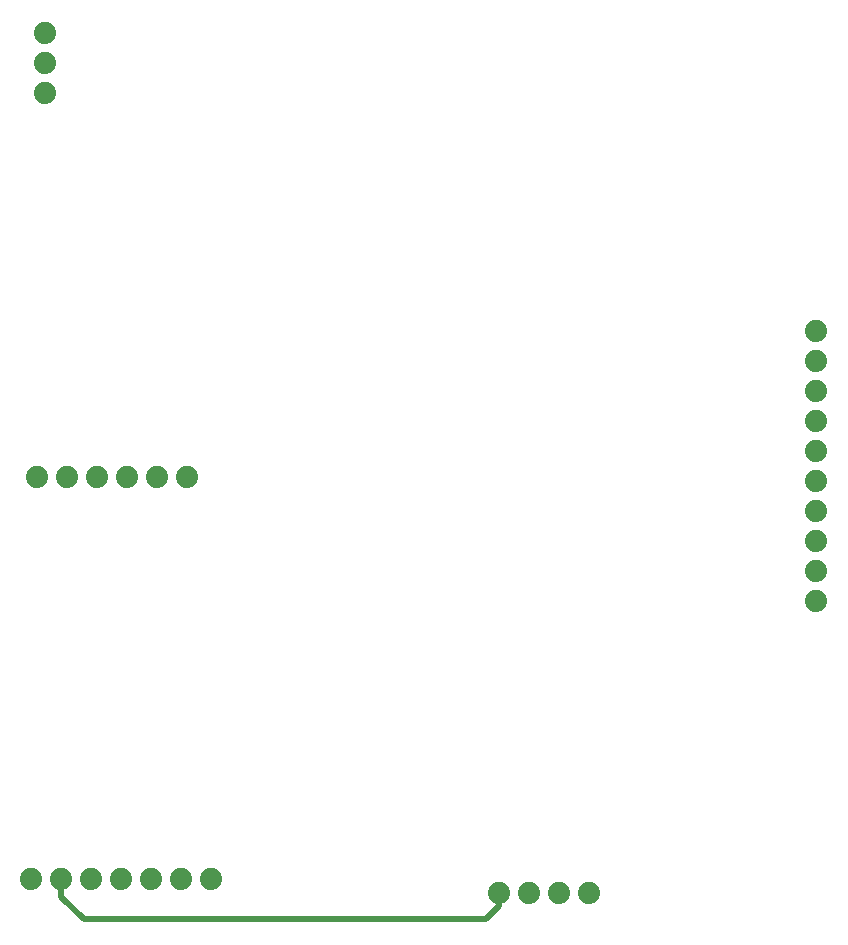
<source format=gbr>
G04 EAGLE Gerber RS-274X export*
G75*
%MOMM*%
%FSLAX34Y34*%
%LPD*%
%INTop Copper*%
%IPPOS*%
%AMOC8*
5,1,8,0,0,1.08239X$1,22.5*%
G01*
%ADD10C,1.879600*%
%ADD11C,0.508000*%


D10*
X551400Y102400D03*
X576800Y102400D03*
X602200Y102400D03*
X627600Y102400D03*
X166800Y830500D03*
X166800Y805100D03*
X166800Y779700D03*
X155200Y114300D03*
X180600Y114300D03*
X206000Y114300D03*
X231400Y114300D03*
X256800Y114300D03*
X282200Y114300D03*
X307600Y114300D03*
X159800Y454600D03*
X185200Y454600D03*
X210600Y454600D03*
X236000Y454600D03*
X261400Y454600D03*
X286800Y454600D03*
X820000Y350000D03*
X820000Y375400D03*
X820000Y400800D03*
X820000Y426200D03*
X820000Y451600D03*
X820000Y477000D03*
X820000Y502400D03*
X820000Y527800D03*
X820000Y553200D03*
X820000Y578600D03*
D11*
X180600Y114300D02*
X180600Y99400D01*
X200000Y80000D02*
X540000Y80000D01*
X551400Y91400D01*
X551400Y102400D01*
X200000Y80000D02*
X180600Y99400D01*
M02*

</source>
